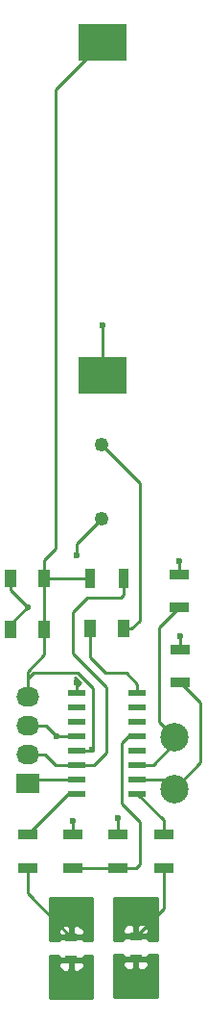
<source format=gbr>
G04 #@! TF.FileFunction,Copper,L1,Top,Signal*
%FSLAX46Y46*%
G04 Gerber Fmt 4.6, Leading zero omitted, Abs format (unit mm)*
G04 Created by KiCad (PCBNEW (2015-06-09 BZR 5726)-product) date Mon 15 Jun 2015 11:57:40 AM PDT*
%MOMM*%
G01*
G04 APERTURE LIST*
%ADD10C,0.100000*%
%ADD11C,2.499360*%
%ADD12R,1.000000X0.800000*%
%ADD13C,1.250000*%
%ADD14R,1.550000X0.600000*%
%ADD15R,1.000000X1.600000*%
%ADD16R,1.700000X0.900000*%
%ADD17R,2.032000X1.727200*%
%ADD18O,2.032000X1.727200*%
%ADD19R,0.900000X1.700000*%
%ADD20R,4.200000X3.200000*%
%ADD21C,0.600000*%
%ADD22C,0.250000*%
%ADD23C,0.254000*%
G04 APERTURE END LIST*
D10*
D11*
X153500000Y-132500000D03*
D12*
X144350000Y-152050000D03*
X144350000Y-150050000D03*
X150050000Y-151950000D03*
X150050000Y-149950000D03*
D13*
X147000000Y-106750000D03*
X147000000Y-113250000D03*
D14*
X144800000Y-128555000D03*
X144800000Y-129825000D03*
X144800000Y-131095000D03*
X144800000Y-132365000D03*
X144800000Y-133635000D03*
X144800000Y-134905000D03*
X144800000Y-136175000D03*
X144800000Y-137445000D03*
X150200000Y-137445000D03*
X150200000Y-136175000D03*
X150200000Y-134905000D03*
X150200000Y-133635000D03*
X150200000Y-132365000D03*
X150200000Y-131095000D03*
X150200000Y-129825000D03*
X150200000Y-128555000D03*
D15*
X142000000Y-118500000D03*
X139000000Y-118500000D03*
X142000000Y-123000000D03*
X139000000Y-123000000D03*
X146000000Y-122900000D03*
X149000000Y-122900000D03*
D16*
X152500000Y-143950000D03*
X152500000Y-141050000D03*
X140500000Y-143950000D03*
X140500000Y-141050000D03*
X148500000Y-141050000D03*
X148500000Y-143950000D03*
X144500000Y-143950000D03*
X144500000Y-141050000D03*
X153900000Y-121050000D03*
X153900000Y-118150000D03*
D11*
X153500000Y-137000000D03*
D17*
X140500000Y-136500000D03*
D18*
X140500000Y-133960000D03*
X140500000Y-131420000D03*
X140500000Y-128880000D03*
D19*
X148950000Y-118500000D03*
X146050000Y-118500000D03*
D16*
X154000000Y-127650000D03*
X154000000Y-124750000D03*
D20*
X147100000Y-71350000D03*
X147100000Y-100650000D03*
D21*
X148500000Y-139600000D03*
X146200000Y-133600000D03*
X147100000Y-96200000D03*
X140500000Y-121000000D03*
X150100000Y-153100000D03*
X144300000Y-153100000D03*
X144500000Y-139800000D03*
X143100000Y-132400000D03*
X154000000Y-123600000D03*
X153900000Y-117000000D03*
X144800000Y-116500000D03*
X144800000Y-127600000D03*
D22*
X144886400Y-126761398D02*
X141038602Y-126761398D01*
X146235000Y-128109998D02*
X144886400Y-126761398D01*
X146235000Y-133635000D02*
X146235000Y-128109998D01*
X141038602Y-126761398D02*
X140500000Y-127300000D01*
X140500000Y-126700000D02*
X142000000Y-125200000D01*
X142000000Y-125200000D02*
X142000000Y-123000000D01*
X140500000Y-127300000D02*
X140500000Y-126700000D01*
X140500000Y-128880000D02*
X140500000Y-127300000D01*
X142000000Y-123000000D02*
X142000000Y-118500000D01*
X142000000Y-118500000D02*
X146050000Y-118500000D01*
X142000000Y-116900000D02*
X143000000Y-115900000D01*
X143000000Y-115900000D02*
X143000000Y-75450000D01*
X143000000Y-75450000D02*
X147100000Y-71350000D01*
X142000000Y-118500000D02*
X142000000Y-116900000D01*
X144800000Y-133635000D02*
X146235000Y-133635000D01*
X146200000Y-133600000D02*
X146200000Y-133635000D01*
X146200000Y-133635000D02*
X146235000Y-133635000D01*
X148500000Y-141050000D02*
X148500000Y-139600000D01*
X147100000Y-100650000D02*
X147100000Y-96200000D01*
X139000000Y-122500000D02*
X139000000Y-123000000D01*
X140500000Y-121000000D02*
X139000000Y-122500000D01*
X139000000Y-119500000D02*
X140500000Y-121000000D01*
X139000000Y-118500000D02*
X139000000Y-119500000D01*
X140450000Y-120950000D02*
X140500000Y-121000000D01*
X140500000Y-121000000D02*
X140450000Y-120950000D01*
X150100000Y-152000000D02*
X150050000Y-151950000D01*
X150100000Y-153100000D02*
X150100000Y-152000000D01*
X144300000Y-152100000D02*
X144300000Y-153100000D01*
X144350000Y-152050000D02*
X144300000Y-152100000D01*
X144500000Y-141050000D02*
X144500000Y-139800000D01*
X144765000Y-132400000D02*
X144800000Y-132365000D01*
X143100000Y-132400000D02*
X144765000Y-132400000D01*
X142120000Y-131420000D02*
X140500000Y-131420000D01*
X143100000Y-132400000D02*
X142120000Y-131420000D01*
X154000000Y-124750000D02*
X154000000Y-123600000D01*
X153900000Y-118150000D02*
X153900000Y-117000000D01*
X150200000Y-127800000D02*
X149200000Y-126800000D01*
X149200000Y-126800000D02*
X147400000Y-126800000D01*
X147400000Y-126800000D02*
X146000000Y-125400000D01*
X146000000Y-125400000D02*
X146000000Y-122900000D01*
X150200000Y-128555000D02*
X150200000Y-127800000D01*
X149700000Y-122900000D02*
X150400000Y-122200000D01*
X150400000Y-122200000D02*
X150400000Y-110150000D01*
X150400000Y-110150000D02*
X147000000Y-106750000D01*
X149000000Y-122900000D02*
X149700000Y-122900000D01*
X151595000Y-134905000D02*
X150200000Y-134905000D01*
X153500000Y-133000000D02*
X151595000Y-134905000D01*
X153500000Y-132500000D02*
X153500000Y-133000000D01*
X152100000Y-131100000D02*
X152100000Y-123400000D01*
X152100000Y-123400000D02*
X152100000Y-122850000D01*
X152100000Y-122850000D02*
X153900000Y-121050000D01*
X153500000Y-132500000D02*
X152100000Y-131100000D01*
X140500000Y-146200000D02*
X140500000Y-143950000D01*
X144350000Y-150050000D02*
X140500000Y-146200000D01*
X152500000Y-147500000D02*
X150050000Y-149950000D01*
X152500000Y-143950000D02*
X152500000Y-147500000D01*
X148500000Y-143950000D02*
X144500000Y-143950000D01*
X149435000Y-132365000D02*
X150200000Y-132365000D01*
X150050000Y-143950000D02*
X150400000Y-143600000D01*
X150400000Y-143600000D02*
X150400000Y-139900000D01*
X150400000Y-139900000D02*
X148800000Y-138300000D01*
X148800000Y-138300000D02*
X148800000Y-133000000D01*
X148800000Y-133000000D02*
X149435000Y-132365000D01*
X148500000Y-143950000D02*
X150050000Y-143950000D01*
X145146796Y-127658204D02*
X144700000Y-127211408D01*
X144800000Y-128555000D02*
X144800000Y-128005000D01*
X144800000Y-128005000D02*
X145146796Y-127658204D01*
X144800000Y-116500000D02*
X144800000Y-115450000D01*
X144800000Y-115450000D02*
X147000000Y-113250000D01*
X144800000Y-128555000D02*
X144800000Y-127600000D01*
X152500000Y-139745000D02*
X150200000Y-137445000D01*
X152500000Y-141050000D02*
X152500000Y-139745000D01*
X144105000Y-137445000D02*
X144800000Y-137445000D01*
X140500000Y-141050000D02*
X144105000Y-137445000D01*
X152675000Y-136175000D02*
X150200000Y-136175000D01*
X153500000Y-137000000D02*
X152675000Y-136175000D01*
X155800000Y-134700000D02*
X155800000Y-130200000D01*
X155800000Y-130200000D02*
X155800000Y-129450000D01*
X155800000Y-129450000D02*
X154000000Y-127650000D01*
X153500000Y-137000000D02*
X155800000Y-134700000D01*
X140825000Y-136175000D02*
X144800000Y-136175000D01*
X140500000Y-136500000D02*
X140825000Y-136175000D01*
X142060000Y-133960000D02*
X143005000Y-134905000D01*
X143005000Y-134905000D02*
X144800000Y-134905000D01*
X140500000Y-133960000D02*
X142060000Y-133960000D01*
X146395000Y-134905000D02*
X147500000Y-133800000D01*
X147500000Y-133800000D02*
X147500000Y-128100000D01*
X147500000Y-128100000D02*
X144500000Y-125100000D01*
X144500000Y-125100000D02*
X144500000Y-121500000D01*
X144500000Y-121500000D02*
X145800000Y-120200000D01*
X145800000Y-120200000D02*
X148700000Y-120200000D01*
X148700000Y-120200000D02*
X148950000Y-119950000D01*
X148950000Y-119950000D02*
X148950000Y-118500000D01*
X144800000Y-134905000D02*
X146395000Y-134905000D01*
D23*
G36*
X146223000Y-155423000D02*
X145485000Y-155423000D01*
X145485000Y-152576309D01*
X145485000Y-152335750D01*
X145326250Y-152177000D01*
X144477000Y-152177000D01*
X144477000Y-152926250D01*
X144635750Y-153085000D01*
X144723691Y-153085000D01*
X144976310Y-153085000D01*
X145209699Y-152988327D01*
X145388327Y-152809698D01*
X145485000Y-152576309D01*
X145485000Y-155423000D01*
X144223000Y-155423000D01*
X144223000Y-152926250D01*
X144223000Y-152177000D01*
X143373750Y-152177000D01*
X143215000Y-152335750D01*
X143215000Y-152576309D01*
X143311673Y-152809698D01*
X143490301Y-152988327D01*
X143723690Y-153085000D01*
X143976309Y-153085000D01*
X144064250Y-153085000D01*
X144223000Y-152926250D01*
X144223000Y-155423000D01*
X142477000Y-155423000D01*
X142477000Y-151677000D01*
X143215000Y-151677000D01*
X143215000Y-151764250D01*
X143373750Y-151923000D01*
X144223000Y-151923000D01*
X144223000Y-151903000D01*
X144477000Y-151903000D01*
X144477000Y-151923000D01*
X145326250Y-151923000D01*
X145485000Y-151764250D01*
X145485000Y-151677000D01*
X146223000Y-151677000D01*
X146223000Y-155423000D01*
X146223000Y-155423000D01*
G37*
X146223000Y-155423000D02*
X145485000Y-155423000D01*
X145485000Y-152576309D01*
X145485000Y-152335750D01*
X145326250Y-152177000D01*
X144477000Y-152177000D01*
X144477000Y-152926250D01*
X144635750Y-153085000D01*
X144723691Y-153085000D01*
X144976310Y-153085000D01*
X145209699Y-152988327D01*
X145388327Y-152809698D01*
X145485000Y-152576309D01*
X145485000Y-155423000D01*
X144223000Y-155423000D01*
X144223000Y-152926250D01*
X144223000Y-152177000D01*
X143373750Y-152177000D01*
X143215000Y-152335750D01*
X143215000Y-152576309D01*
X143311673Y-152809698D01*
X143490301Y-152988327D01*
X143723690Y-153085000D01*
X143976309Y-153085000D01*
X144064250Y-153085000D01*
X144223000Y-152926250D01*
X144223000Y-155423000D01*
X142477000Y-155423000D01*
X142477000Y-151677000D01*
X143215000Y-151677000D01*
X143215000Y-151764250D01*
X143373750Y-151923000D01*
X144223000Y-151923000D01*
X144223000Y-151903000D01*
X144477000Y-151903000D01*
X144477000Y-151923000D01*
X145326250Y-151923000D01*
X145485000Y-151764250D01*
X145485000Y-151677000D01*
X146223000Y-151677000D01*
X146223000Y-155423000D01*
G36*
X146223000Y-150323000D02*
X145485000Y-150323000D01*
X145485000Y-149764250D01*
X145485000Y-149523691D01*
X145388327Y-149290302D01*
X145209699Y-149111673D01*
X144976310Y-149015000D01*
X144723691Y-149015000D01*
X144635750Y-149015000D01*
X144477000Y-149173750D01*
X144477000Y-149923000D01*
X145326250Y-149923000D01*
X145485000Y-149764250D01*
X145485000Y-150323000D01*
X145472250Y-150323000D01*
X145326250Y-150177000D01*
X144477000Y-150177000D01*
X144477000Y-150197000D01*
X144223000Y-150197000D01*
X144223000Y-150177000D01*
X144223000Y-149923000D01*
X144223000Y-149173750D01*
X144064250Y-149015000D01*
X143976309Y-149015000D01*
X143723690Y-149015000D01*
X143490301Y-149111673D01*
X143311673Y-149290302D01*
X143215000Y-149523691D01*
X143215000Y-149764250D01*
X143373750Y-149923000D01*
X144223000Y-149923000D01*
X144223000Y-150177000D01*
X143373750Y-150177000D01*
X143227750Y-150323000D01*
X142477000Y-150323000D01*
X142477000Y-146577000D01*
X146223000Y-146577000D01*
X146223000Y-150323000D01*
X146223000Y-150323000D01*
G37*
X146223000Y-150323000D02*
X145485000Y-150323000D01*
X145485000Y-149764250D01*
X145485000Y-149523691D01*
X145388327Y-149290302D01*
X145209699Y-149111673D01*
X144976310Y-149015000D01*
X144723691Y-149015000D01*
X144635750Y-149015000D01*
X144477000Y-149173750D01*
X144477000Y-149923000D01*
X145326250Y-149923000D01*
X145485000Y-149764250D01*
X145485000Y-150323000D01*
X145472250Y-150323000D01*
X145326250Y-150177000D01*
X144477000Y-150177000D01*
X144477000Y-150197000D01*
X144223000Y-150197000D01*
X144223000Y-150177000D01*
X144223000Y-149923000D01*
X144223000Y-149173750D01*
X144064250Y-149015000D01*
X143976309Y-149015000D01*
X143723690Y-149015000D01*
X143490301Y-149111673D01*
X143311673Y-149290302D01*
X143215000Y-149523691D01*
X143215000Y-149764250D01*
X143373750Y-149923000D01*
X144223000Y-149923000D01*
X144223000Y-150177000D01*
X143373750Y-150177000D01*
X143227750Y-150323000D01*
X142477000Y-150323000D01*
X142477000Y-146577000D01*
X146223000Y-146577000D01*
X146223000Y-150323000D01*
G36*
X151923000Y-155323000D02*
X151185000Y-155323000D01*
X151185000Y-152476309D01*
X151185000Y-152235750D01*
X151026250Y-152077000D01*
X150177000Y-152077000D01*
X150177000Y-152826250D01*
X150335750Y-152985000D01*
X150423691Y-152985000D01*
X150676310Y-152985000D01*
X150909699Y-152888327D01*
X151088327Y-152709698D01*
X151185000Y-152476309D01*
X151185000Y-155323000D01*
X149923000Y-155323000D01*
X149923000Y-152826250D01*
X149923000Y-152077000D01*
X149073750Y-152077000D01*
X148915000Y-152235750D01*
X148915000Y-152476309D01*
X149011673Y-152709698D01*
X149190301Y-152888327D01*
X149423690Y-152985000D01*
X149676309Y-152985000D01*
X149764250Y-152985000D01*
X149923000Y-152826250D01*
X149923000Y-155323000D01*
X148177000Y-155323000D01*
X148177000Y-151577000D01*
X148915000Y-151577000D01*
X148915000Y-151664250D01*
X149073750Y-151823000D01*
X149923000Y-151823000D01*
X149923000Y-151803000D01*
X150177000Y-151803000D01*
X150177000Y-151823000D01*
X151026250Y-151823000D01*
X151185000Y-151664250D01*
X151185000Y-151577000D01*
X151923000Y-151577000D01*
X151923000Y-155323000D01*
X151923000Y-155323000D01*
G37*
X151923000Y-155323000D02*
X151185000Y-155323000D01*
X151185000Y-152476309D01*
X151185000Y-152235750D01*
X151026250Y-152077000D01*
X150177000Y-152077000D01*
X150177000Y-152826250D01*
X150335750Y-152985000D01*
X150423691Y-152985000D01*
X150676310Y-152985000D01*
X150909699Y-152888327D01*
X151088327Y-152709698D01*
X151185000Y-152476309D01*
X151185000Y-155323000D01*
X149923000Y-155323000D01*
X149923000Y-152826250D01*
X149923000Y-152077000D01*
X149073750Y-152077000D01*
X148915000Y-152235750D01*
X148915000Y-152476309D01*
X149011673Y-152709698D01*
X149190301Y-152888327D01*
X149423690Y-152985000D01*
X149676309Y-152985000D01*
X149764250Y-152985000D01*
X149923000Y-152826250D01*
X149923000Y-155323000D01*
X148177000Y-155323000D01*
X148177000Y-151577000D01*
X148915000Y-151577000D01*
X148915000Y-151664250D01*
X149073750Y-151823000D01*
X149923000Y-151823000D01*
X149923000Y-151803000D01*
X150177000Y-151803000D01*
X150177000Y-151823000D01*
X151026250Y-151823000D01*
X151185000Y-151664250D01*
X151185000Y-151577000D01*
X151923000Y-151577000D01*
X151923000Y-155323000D01*
G36*
X151923000Y-150323000D02*
X151185000Y-150323000D01*
X151185000Y-150235750D01*
X151185000Y-149664250D01*
X151185000Y-149423691D01*
X151088327Y-149190302D01*
X150909699Y-149011673D01*
X150676310Y-148915000D01*
X150423691Y-148915000D01*
X150335750Y-148915000D01*
X150177000Y-149073750D01*
X150177000Y-149823000D01*
X151026250Y-149823000D01*
X151185000Y-149664250D01*
X151185000Y-150235750D01*
X151026250Y-150077000D01*
X150177000Y-150077000D01*
X150177000Y-150097000D01*
X149923000Y-150097000D01*
X149923000Y-150077000D01*
X149923000Y-149823000D01*
X149923000Y-149073750D01*
X149764250Y-148915000D01*
X149676309Y-148915000D01*
X149423690Y-148915000D01*
X149190301Y-149011673D01*
X149011673Y-149190302D01*
X148915000Y-149423691D01*
X148915000Y-149664250D01*
X149073750Y-149823000D01*
X149923000Y-149823000D01*
X149923000Y-150077000D01*
X149073750Y-150077000D01*
X148915000Y-150235750D01*
X148915000Y-150323000D01*
X148177000Y-150323000D01*
X148177000Y-146577000D01*
X151923000Y-146577000D01*
X151923000Y-150323000D01*
X151923000Y-150323000D01*
G37*
X151923000Y-150323000D02*
X151185000Y-150323000D01*
X151185000Y-150235750D01*
X151185000Y-149664250D01*
X151185000Y-149423691D01*
X151088327Y-149190302D01*
X150909699Y-149011673D01*
X150676310Y-148915000D01*
X150423691Y-148915000D01*
X150335750Y-148915000D01*
X150177000Y-149073750D01*
X150177000Y-149823000D01*
X151026250Y-149823000D01*
X151185000Y-149664250D01*
X151185000Y-150235750D01*
X151026250Y-150077000D01*
X150177000Y-150077000D01*
X150177000Y-150097000D01*
X149923000Y-150097000D01*
X149923000Y-150077000D01*
X149923000Y-149823000D01*
X149923000Y-149073750D01*
X149764250Y-148915000D01*
X149676309Y-148915000D01*
X149423690Y-148915000D01*
X149190301Y-149011673D01*
X149011673Y-149190302D01*
X148915000Y-149423691D01*
X148915000Y-149664250D01*
X149073750Y-149823000D01*
X149923000Y-149823000D01*
X149923000Y-150077000D01*
X149073750Y-150077000D01*
X148915000Y-150235750D01*
X148915000Y-150323000D01*
X148177000Y-150323000D01*
X148177000Y-146577000D01*
X151923000Y-146577000D01*
X151923000Y-150323000D01*
M02*

</source>
